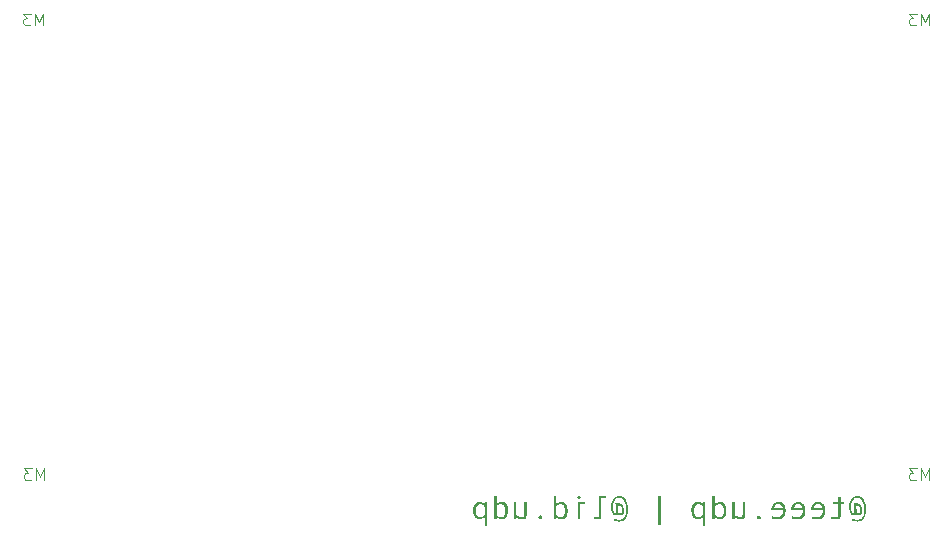
<source format=gbr>
%TF.GenerationSoftware,KiCad,Pcbnew,8.0.8*%
%TF.CreationDate,2025-04-28T20:29:37-04:00*%
%TF.ProjectId,udpudu,75647075-6475-42e6-9b69-6361645f7063,rev?*%
%TF.SameCoordinates,Original*%
%TF.FileFunction,Legend,Bot*%
%TF.FilePolarity,Positive*%
%FSLAX46Y46*%
G04 Gerber Fmt 4.6, Leading zero omitted, Abs format (unit mm)*
G04 Created by KiCad (PCBNEW 8.0.8) date 2025-04-28 20:29:37*
%MOMM*%
%LPD*%
G01*
G04 APERTURE LIST*
%ADD10C,0.100000*%
%ADD11C,0.125000*%
G04 APERTURE END LIST*
D10*
G36*
X124722905Y-98698177D02*
G01*
X124835608Y-98727944D01*
X124939415Y-98780037D01*
X125019125Y-98840501D01*
X125092658Y-98916469D01*
X125160013Y-99007941D01*
X125219118Y-99112877D01*
X125259189Y-99205052D01*
X125292849Y-99304539D01*
X125320097Y-99411338D01*
X125340934Y-99525449D01*
X125355360Y-99646872D01*
X125363374Y-99775607D01*
X125365177Y-99876957D01*
X125361926Y-99988706D01*
X125352172Y-100094608D01*
X125335914Y-100194663D01*
X125306448Y-100311511D01*
X125266820Y-100419224D01*
X125217032Y-100517801D01*
X125157083Y-100607243D01*
X125103120Y-100670899D01*
X125030215Y-100738533D01*
X124934731Y-100802189D01*
X124830523Y-100846748D01*
X124717591Y-100872210D01*
X124616817Y-100878841D01*
X124557245Y-100877376D01*
X124455454Y-100867759D01*
X124356796Y-100849166D01*
X124261270Y-100821597D01*
X124168876Y-100785052D01*
X124200628Y-100628736D01*
X124299729Y-100669769D01*
X124402128Y-100699078D01*
X124507824Y-100716664D01*
X124616817Y-100722526D01*
X124697978Y-100716909D01*
X124803228Y-100690171D01*
X124898707Y-100641415D01*
X124984416Y-100570639D01*
X125050104Y-100492449D01*
X125106381Y-100400560D01*
X125151015Y-100297818D01*
X125179315Y-100203908D01*
X125199529Y-100102462D01*
X125211658Y-99993478D01*
X125215701Y-99876957D01*
X125215541Y-99847146D01*
X125211706Y-99731909D01*
X125202756Y-99623084D01*
X125188693Y-99520670D01*
X125169517Y-99424667D01*
X125138354Y-99313679D01*
X125099201Y-99212710D01*
X125052058Y-99121758D01*
X124998415Y-99042529D01*
X124927432Y-98965181D01*
X124835502Y-98899381D01*
X124733755Y-98859901D01*
X124622191Y-98846741D01*
X124561596Y-98849984D01*
X124463084Y-98871272D01*
X124374156Y-98912429D01*
X124294812Y-98973454D01*
X124225052Y-99054347D01*
X124190247Y-99108462D01*
X124146741Y-99198393D01*
X124113677Y-99298834D01*
X124091054Y-99409785D01*
X124080178Y-99510273D01*
X124076552Y-99618060D01*
X124080199Y-99723249D01*
X124093296Y-99833105D01*
X124115919Y-99931909D01*
X124152756Y-100029853D01*
X124167186Y-100058661D01*
X124227739Y-100145558D01*
X124321284Y-100191053D01*
X124361828Y-100167606D01*
X124377459Y-100108011D01*
X124370929Y-100027073D01*
X124359320Y-99915240D01*
X124348356Y-99814963D01*
X124334812Y-99694109D01*
X124322961Y-99589964D01*
X124316252Y-99531598D01*
X124492742Y-99531598D01*
X124549406Y-100022037D01*
X124552979Y-100036800D01*
X124603140Y-100121200D01*
X124637563Y-100158037D01*
X124732100Y-100191053D01*
X124744885Y-100189992D01*
X124818562Y-100123154D01*
X124845243Y-100036259D01*
X124852756Y-99935087D01*
X124852493Y-99909216D01*
X124844790Y-99800827D01*
X124823724Y-99695802D01*
X124785345Y-99599009D01*
X124772310Y-99576311D01*
X124701037Y-99499909D01*
X124605582Y-99472002D01*
X124575639Y-99474854D01*
X124492742Y-99531598D01*
X124316252Y-99531598D01*
X124309659Y-99474244D01*
X124294905Y-99346950D01*
X124466852Y-99346950D01*
X124472226Y-99381632D01*
X124517334Y-99346856D01*
X124613886Y-99315687D01*
X124667446Y-99320171D01*
X124766192Y-99356044D01*
X124845520Y-99419002D01*
X124908443Y-99499357D01*
X124942640Y-99558808D01*
X124980777Y-99649452D01*
X125007555Y-99748745D01*
X125022972Y-99856687D01*
X125027145Y-99956092D01*
X125021620Y-100049205D01*
X124999859Y-100148738D01*
X124957292Y-100239413D01*
X124952863Y-100246055D01*
X124878524Y-100320380D01*
X124782903Y-100347369D01*
X124699020Y-100331388D01*
X124615489Y-100270022D01*
X124560153Y-100183726D01*
X124542161Y-100239339D01*
X124479024Y-100320361D01*
X124382833Y-100347369D01*
X124286632Y-100334424D01*
X124189572Y-100288914D01*
X124113223Y-100220954D01*
X124054082Y-100140251D01*
X124004594Y-100044187D01*
X123967261Y-99937651D01*
X123944936Y-99838000D01*
X123931541Y-99730655D01*
X123927076Y-99615617D01*
X123928780Y-99537640D01*
X123936355Y-99438413D01*
X123954347Y-99321999D01*
X123981807Y-99214053D01*
X124018737Y-99114574D01*
X124065136Y-99023562D01*
X124121004Y-98941018D01*
X124145631Y-98910673D01*
X124224869Y-98831384D01*
X124312143Y-98769714D01*
X124407455Y-98725665D01*
X124510805Y-98699235D01*
X124622191Y-98690425D01*
X124722905Y-98698177D01*
G37*
G36*
X122407397Y-100597473D02*
G01*
X122501340Y-100634018D01*
X122607960Y-100664793D01*
X122713785Y-100683844D01*
X122818817Y-100691171D01*
X122831891Y-100691263D01*
X122942220Y-100681352D01*
X123049931Y-100643296D01*
X123130714Y-100576698D01*
X123184570Y-100481558D01*
X123208879Y-100380471D01*
X123214863Y-100285331D01*
X123214863Y-99409476D01*
X123489881Y-99409476D01*
X123489881Y-99221898D01*
X123214863Y-99221898D01*
X123214863Y-98815478D01*
X123006280Y-98815478D01*
X123006280Y-99221898D01*
X122519748Y-99221898D01*
X122519748Y-99409476D01*
X123006280Y-99409476D01*
X123006280Y-100228667D01*
X122995247Y-100331997D01*
X122955619Y-100422611D01*
X122948639Y-100431877D01*
X122865552Y-100491833D01*
X122791835Y-100503684D01*
X122693264Y-100496265D01*
X122595389Y-100474009D01*
X122498210Y-100436914D01*
X122444521Y-100409895D01*
X122407397Y-100597473D01*
G37*
G36*
X121345787Y-99193794D02*
G01*
X121456708Y-99214531D01*
X121557857Y-99254622D01*
X121649236Y-99314068D01*
X121730844Y-99392868D01*
X121762096Y-99432001D01*
X121815380Y-99517559D01*
X121856367Y-99612836D01*
X121885057Y-99717834D01*
X121901452Y-99832552D01*
X121905722Y-99935575D01*
X121904009Y-99999356D01*
X121893540Y-100100103D01*
X121868416Y-100211839D01*
X121829587Y-100313579D01*
X121777053Y-100405325D01*
X121710816Y-100487076D01*
X121685911Y-100511801D01*
X121605425Y-100576407D01*
X121516284Y-100626657D01*
X121418488Y-100662549D01*
X121312036Y-100684084D01*
X121196929Y-100691263D01*
X121165548Y-100691018D01*
X121059620Y-100686317D01*
X120959769Y-100675631D01*
X120853096Y-100656092D01*
X120754361Y-100628736D01*
X120791486Y-100441158D01*
X120894495Y-100468513D01*
X120995917Y-100488053D01*
X121095751Y-100499776D01*
X121193998Y-100503684D01*
X121268519Y-100498103D01*
X121371928Y-100468801D01*
X121465291Y-100414383D01*
X121539846Y-100344926D01*
X121548501Y-100334890D01*
X121607852Y-100248588D01*
X121649618Y-100151601D01*
X121673798Y-100043928D01*
X121680530Y-99940949D01*
X120698185Y-99940949D01*
X120698185Y-99874026D01*
X120704041Y-99762050D01*
X120705517Y-99753370D01*
X120931681Y-99753370D01*
X121666364Y-99753370D01*
X121649286Y-99654900D01*
X121608681Y-99561019D01*
X121545219Y-99482260D01*
X121463297Y-99423023D01*
X121367983Y-99388374D01*
X121269713Y-99378213D01*
X121214295Y-99383402D01*
X121117825Y-99420574D01*
X121036217Y-99486657D01*
X120981091Y-99559300D01*
X120944034Y-99650447D01*
X120931681Y-99753370D01*
X120705517Y-99753370D01*
X120721610Y-99658764D01*
X120750890Y-99564168D01*
X120799854Y-99464788D01*
X120864759Y-99377236D01*
X120907547Y-99333501D01*
X120988524Y-99270997D01*
X121077261Y-99226351D01*
X121173759Y-99199564D01*
X121278018Y-99190635D01*
X121345787Y-99193794D01*
G37*
G36*
X119665397Y-99193794D02*
G01*
X119776317Y-99214531D01*
X119877466Y-99254622D01*
X119968845Y-99314068D01*
X120050453Y-99392868D01*
X120081706Y-99432001D01*
X120134989Y-99517559D01*
X120175976Y-99612836D01*
X120204667Y-99717834D01*
X120221061Y-99832552D01*
X120225331Y-99935575D01*
X120223618Y-99999356D01*
X120213149Y-100100103D01*
X120188025Y-100211839D01*
X120149196Y-100313579D01*
X120096663Y-100405325D01*
X120030425Y-100487076D01*
X120005520Y-100511801D01*
X119925034Y-100576407D01*
X119835893Y-100626657D01*
X119738097Y-100662549D01*
X119631645Y-100684084D01*
X119516538Y-100691263D01*
X119485157Y-100691018D01*
X119379229Y-100686317D01*
X119279378Y-100675631D01*
X119172705Y-100656092D01*
X119073970Y-100628736D01*
X119111095Y-100441158D01*
X119214105Y-100468513D01*
X119315526Y-100488053D01*
X119415361Y-100499776D01*
X119513607Y-100503684D01*
X119588128Y-100498103D01*
X119691537Y-100468801D01*
X119784900Y-100414383D01*
X119859455Y-100344926D01*
X119868111Y-100334890D01*
X119927462Y-100248588D01*
X119969227Y-100151601D01*
X119993407Y-100043928D01*
X120000139Y-99940949D01*
X119017794Y-99940949D01*
X119017794Y-99874026D01*
X119023650Y-99762050D01*
X119025126Y-99753370D01*
X119251290Y-99753370D01*
X119985973Y-99753370D01*
X119968895Y-99654900D01*
X119928291Y-99561019D01*
X119864829Y-99482260D01*
X119782906Y-99423023D01*
X119687592Y-99388374D01*
X119589323Y-99378213D01*
X119533904Y-99383402D01*
X119437434Y-99420574D01*
X119355826Y-99486657D01*
X119300700Y-99559300D01*
X119263643Y-99650447D01*
X119251290Y-99753370D01*
X119025126Y-99753370D01*
X119041219Y-99658764D01*
X119070499Y-99564168D01*
X119119463Y-99464788D01*
X119184368Y-99377236D01*
X119227156Y-99333501D01*
X119308133Y-99270997D01*
X119396871Y-99226351D01*
X119493369Y-99199564D01*
X119597627Y-99190635D01*
X119665397Y-99193794D01*
G37*
G36*
X117985006Y-99193794D02*
G01*
X118095926Y-99214531D01*
X118197075Y-99254622D01*
X118288454Y-99314068D01*
X118370062Y-99392868D01*
X118401315Y-99432001D01*
X118454598Y-99517559D01*
X118495585Y-99612836D01*
X118524276Y-99717834D01*
X118540671Y-99832552D01*
X118544940Y-99935575D01*
X118543227Y-99999356D01*
X118532759Y-100100103D01*
X118507634Y-100211839D01*
X118468805Y-100313579D01*
X118416272Y-100405325D01*
X118350034Y-100487076D01*
X118325129Y-100511801D01*
X118244644Y-100576407D01*
X118155503Y-100626657D01*
X118057706Y-100662549D01*
X117951255Y-100684084D01*
X117836147Y-100691263D01*
X117804766Y-100691018D01*
X117698838Y-100686317D01*
X117598988Y-100675631D01*
X117492315Y-100656092D01*
X117393579Y-100628736D01*
X117430704Y-100441158D01*
X117533714Y-100468513D01*
X117635136Y-100488053D01*
X117734970Y-100499776D01*
X117833217Y-100503684D01*
X117907737Y-100498103D01*
X118011146Y-100468801D01*
X118104509Y-100414383D01*
X118179064Y-100344926D01*
X118187720Y-100334890D01*
X118247071Y-100248588D01*
X118288836Y-100151601D01*
X118313016Y-100043928D01*
X118319748Y-99940949D01*
X117337404Y-99940949D01*
X117337404Y-99874026D01*
X117343260Y-99762050D01*
X117344736Y-99753370D01*
X117570900Y-99753370D01*
X118305582Y-99753370D01*
X118288504Y-99654900D01*
X118247900Y-99561019D01*
X118184438Y-99482260D01*
X118102515Y-99423023D01*
X118007201Y-99388374D01*
X117908932Y-99378213D01*
X117853513Y-99383402D01*
X117757043Y-99420574D01*
X117675436Y-99486657D01*
X117620309Y-99559300D01*
X117583252Y-99650447D01*
X117570900Y-99753370D01*
X117344736Y-99753370D01*
X117360828Y-99658764D01*
X117390108Y-99564168D01*
X117439072Y-99464788D01*
X117503977Y-99377236D01*
X117546765Y-99333501D01*
X117627742Y-99270997D01*
X117716480Y-99226351D01*
X117812978Y-99199564D01*
X117917236Y-99190635D01*
X117985006Y-99193794D01*
G37*
G36*
X116262735Y-100347369D02*
G01*
X116166748Y-100374571D01*
X116140614Y-100395729D01*
X116093172Y-100485304D01*
X116090788Y-100515408D01*
X116119090Y-100612311D01*
X116141102Y-100639483D01*
X116228205Y-100688026D01*
X116262735Y-100691263D01*
X116356250Y-100662137D01*
X116382414Y-100639483D01*
X116428668Y-100550273D01*
X116431751Y-100515408D01*
X116404274Y-100420519D01*
X116382903Y-100395240D01*
X116292862Y-100349659D01*
X116262735Y-100347369D01*
G37*
G36*
X114021563Y-100660000D02*
G01*
X114236008Y-100660000D01*
X114236008Y-100441158D01*
X114308808Y-100513210D01*
X114397743Y-100583551D01*
X114488396Y-100636308D01*
X114580765Y-100671479D01*
X114690700Y-100690286D01*
X114722540Y-100691263D01*
X114838498Y-100679325D01*
X114934802Y-100643511D01*
X115024424Y-100569019D01*
X115077489Y-100480679D01*
X115110901Y-100368463D01*
X115123480Y-100261500D01*
X115125052Y-100202288D01*
X115125052Y-99221898D01*
X114910607Y-99221898D01*
X114910607Y-100140251D01*
X114904978Y-100245676D01*
X114883362Y-100348258D01*
X114852965Y-100413803D01*
X114775296Y-100481214D01*
X114674477Y-100503333D01*
X114657571Y-100503684D01*
X114557584Y-100488053D01*
X114467140Y-100448729D01*
X114373938Y-100385471D01*
X114291856Y-100312198D01*
X114236008Y-100253579D01*
X114236008Y-99221898D01*
X114021563Y-99221898D01*
X114021563Y-100660000D01*
G37*
G36*
X112558548Y-99409476D02*
G01*
X112612580Y-99346431D01*
X112696919Y-99276120D01*
X112791404Y-99226752D01*
X112896032Y-99198328D01*
X112993789Y-99190635D01*
X113039096Y-99192451D01*
X113138169Y-99210813D01*
X113240003Y-99256013D01*
X113319140Y-99316751D01*
X113388974Y-99397264D01*
X113398140Y-99410253D01*
X113454156Y-99507082D01*
X113490821Y-99598301D01*
X113517010Y-99697110D01*
X113532724Y-99803510D01*
X113537962Y-99917501D01*
X113536708Y-99979485D01*
X113529047Y-100078213D01*
X113510660Y-100189130D01*
X113482244Y-100291803D01*
X113443799Y-100386234D01*
X113395324Y-100472421D01*
X113357940Y-100523712D01*
X113284803Y-100597015D01*
X113201849Y-100649375D01*
X113109078Y-100680791D01*
X113006489Y-100691263D01*
X112939200Y-100686866D01*
X112841473Y-100663785D01*
X112747592Y-100620921D01*
X112696471Y-100588109D01*
X112621561Y-100523377D01*
X112558548Y-100441158D01*
X112558548Y-100660000D01*
X112344103Y-100660000D01*
X112344103Y-99597055D01*
X112558548Y-99597055D01*
X112558548Y-100222316D01*
X112570560Y-100249082D01*
X112631332Y-100328806D01*
X112701714Y-100401228D01*
X112786671Y-100460209D01*
X112853504Y-100488357D01*
X112950314Y-100503684D01*
X112971101Y-100503054D01*
X113075472Y-100477080D01*
X113155728Y-100420408D01*
X113216050Y-100342484D01*
X113262804Y-100244772D01*
X113291518Y-100146563D01*
X113308142Y-100037669D01*
X113312770Y-99933621D01*
X113307838Y-99832258D01*
X113290123Y-99726203D01*
X113259524Y-99630590D01*
X113209699Y-99535505D01*
X113196526Y-99516458D01*
X113121955Y-99439655D01*
X113032883Y-99393574D01*
X112929309Y-99378213D01*
X112902444Y-99379068D01*
X112799908Y-99399584D01*
X112705248Y-99447456D01*
X112628883Y-99511783D01*
X112558548Y-99597055D01*
X112344103Y-99597055D01*
X112344103Y-98721688D01*
X112558548Y-98721688D01*
X112558548Y-99409476D01*
G37*
G36*
X111164562Y-99194390D02*
G01*
X111261351Y-99214105D01*
X111354431Y-99250718D01*
X111398274Y-99274606D01*
X111481132Y-99335672D01*
X111547383Y-99409476D01*
X111547383Y-99221898D01*
X111761339Y-99221898D01*
X111761339Y-101222735D01*
X111547383Y-101222735D01*
X111547383Y-100441158D01*
X111515576Y-100488422D01*
X111444228Y-100565035D01*
X111364200Y-100622875D01*
X111312519Y-100649522D01*
X111212197Y-100681646D01*
X111114584Y-100691263D01*
X111053661Y-100687843D01*
X110954759Y-100665403D01*
X110865674Y-100622020D01*
X110786407Y-100557692D01*
X110716957Y-100472421D01*
X110690506Y-100430418D01*
X110645409Y-100340590D01*
X110610718Y-100243000D01*
X110586435Y-100137647D01*
X110572559Y-100024532D01*
X110569474Y-99938995D01*
X110792672Y-99938995D01*
X110797581Y-100040401D01*
X110815212Y-100147135D01*
X110845666Y-100244100D01*
X110895254Y-100341507D01*
X110908294Y-100361145D01*
X110981854Y-100440334D01*
X111069342Y-100487846D01*
X111170760Y-100503684D01*
X111198131Y-100502425D01*
X111298866Y-100475269D01*
X111383740Y-100423084D01*
X111426800Y-100385928D01*
X111495977Y-100306878D01*
X111547383Y-100222316D01*
X111547383Y-99628318D01*
X111517106Y-99583621D01*
X111452946Y-99507418D01*
X111372016Y-99440739D01*
X111271510Y-99393845D01*
X111162456Y-99378213D01*
X111140957Y-99378826D01*
X111042449Y-99400264D01*
X110958920Y-99452327D01*
X110890369Y-99535017D01*
X110843143Y-99630170D01*
X110814139Y-99726883D01*
X110797347Y-99835013D01*
X110792672Y-99938995D01*
X110569474Y-99938995D01*
X110568946Y-99924340D01*
X110569084Y-99904066D01*
X110575701Y-99787447D01*
X110592245Y-99679450D01*
X110618715Y-99580074D01*
X110655111Y-99489318D01*
X110710118Y-99394333D01*
X110728120Y-99369666D01*
X110797676Y-99295866D01*
X110889649Y-99235393D01*
X110994933Y-99200382D01*
X111097976Y-99190635D01*
X111164562Y-99194390D01*
G37*
G36*
X107753803Y-101191472D02*
G01*
X107965317Y-101191472D01*
X107965317Y-98721688D01*
X107753803Y-98721688D01*
X107753803Y-101191472D01*
G37*
G36*
X104558216Y-98698177D02*
G01*
X104670918Y-98727944D01*
X104774725Y-98780037D01*
X104854436Y-98840501D01*
X104927969Y-98916469D01*
X104995324Y-99007941D01*
X105054429Y-99112877D01*
X105094500Y-99205052D01*
X105128160Y-99304539D01*
X105155408Y-99411338D01*
X105176245Y-99525449D01*
X105190671Y-99646872D01*
X105198685Y-99775607D01*
X105200488Y-99876957D01*
X105197237Y-99988706D01*
X105187482Y-100094608D01*
X105171225Y-100194663D01*
X105141758Y-100311511D01*
X105102131Y-100419224D01*
X105052342Y-100517801D01*
X104992393Y-100607243D01*
X104938431Y-100670899D01*
X104865525Y-100738533D01*
X104770041Y-100802189D01*
X104665834Y-100846748D01*
X104552902Y-100872210D01*
X104452128Y-100878841D01*
X104392556Y-100877376D01*
X104290765Y-100867759D01*
X104192107Y-100849166D01*
X104096580Y-100821597D01*
X104004187Y-100785052D01*
X104035938Y-100628736D01*
X104135040Y-100669769D01*
X104237438Y-100699078D01*
X104343135Y-100716664D01*
X104452128Y-100722526D01*
X104533289Y-100716909D01*
X104638539Y-100690171D01*
X104734018Y-100641415D01*
X104819727Y-100570639D01*
X104885415Y-100492449D01*
X104941692Y-100400560D01*
X104986325Y-100297818D01*
X105014625Y-100203908D01*
X105034840Y-100102462D01*
X105046968Y-99993478D01*
X105051011Y-99876957D01*
X105050852Y-99847146D01*
X105047016Y-99731909D01*
X105038067Y-99623084D01*
X105024004Y-99520670D01*
X105004827Y-99424667D01*
X104973665Y-99313679D01*
X104934512Y-99212710D01*
X104887369Y-99121758D01*
X104833726Y-99042529D01*
X104762743Y-98965181D01*
X104670813Y-98899381D01*
X104569066Y-98859901D01*
X104457501Y-98846741D01*
X104396906Y-98849984D01*
X104298395Y-98871272D01*
X104209467Y-98912429D01*
X104130123Y-98973454D01*
X104060362Y-99054347D01*
X104025558Y-99108462D01*
X103982052Y-99198393D01*
X103948988Y-99298834D01*
X103926365Y-99409785D01*
X103915488Y-99510273D01*
X103911863Y-99618060D01*
X103915509Y-99723249D01*
X103928607Y-99833105D01*
X103951230Y-99931909D01*
X103988066Y-100029853D01*
X104002496Y-100058661D01*
X104063050Y-100145558D01*
X104156594Y-100191053D01*
X104197138Y-100167606D01*
X104212770Y-100108011D01*
X104206240Y-100027073D01*
X104194631Y-99915240D01*
X104183666Y-99814963D01*
X104170122Y-99694109D01*
X104158271Y-99589964D01*
X104151562Y-99531598D01*
X104328053Y-99531598D01*
X104384717Y-100022037D01*
X104388290Y-100036800D01*
X104438450Y-100121200D01*
X104472873Y-100158037D01*
X104567411Y-100191053D01*
X104580195Y-100189992D01*
X104653872Y-100123154D01*
X104680553Y-100036259D01*
X104688066Y-99935087D01*
X104687803Y-99909216D01*
X104680101Y-99800827D01*
X104659035Y-99695802D01*
X104620655Y-99599009D01*
X104607621Y-99576311D01*
X104536348Y-99499909D01*
X104440893Y-99472002D01*
X104410950Y-99474854D01*
X104328053Y-99531598D01*
X104151562Y-99531598D01*
X104144969Y-99474244D01*
X104130216Y-99346950D01*
X104302163Y-99346950D01*
X104307536Y-99381632D01*
X104352645Y-99346856D01*
X104449197Y-99315687D01*
X104502756Y-99320171D01*
X104601503Y-99356044D01*
X104680831Y-99419002D01*
X104743754Y-99499357D01*
X104777950Y-99558808D01*
X104816088Y-99649452D01*
X104842865Y-99748745D01*
X104858283Y-99856687D01*
X104862456Y-99956092D01*
X104856930Y-100049205D01*
X104835169Y-100148738D01*
X104792602Y-100239413D01*
X104788173Y-100246055D01*
X104713834Y-100320380D01*
X104618213Y-100347369D01*
X104534331Y-100331388D01*
X104450800Y-100270022D01*
X104395464Y-100183726D01*
X104377472Y-100239339D01*
X104314334Y-100320361D01*
X104218143Y-100347369D01*
X104121942Y-100334424D01*
X104024883Y-100288914D01*
X103948534Y-100220954D01*
X103889392Y-100140251D01*
X103839905Y-100044187D01*
X103802572Y-99937651D01*
X103780246Y-99838000D01*
X103766851Y-99730655D01*
X103762386Y-99615617D01*
X103764091Y-99537640D01*
X103771666Y-99438413D01*
X103789657Y-99321999D01*
X103817118Y-99214053D01*
X103854048Y-99114574D01*
X103900447Y-99023562D01*
X103956315Y-98941018D01*
X103980941Y-98910673D01*
X104060179Y-98831384D01*
X104147454Y-98769714D01*
X104242766Y-98725665D01*
X104346115Y-98699235D01*
X104457501Y-98690425D01*
X104558216Y-98698177D01*
G37*
G36*
X102360921Y-100660000D02*
G01*
X102946127Y-100660000D01*
X102946127Y-98909267D01*
X103319818Y-98909267D01*
X103319818Y-98721688D01*
X102731681Y-98721688D01*
X102731681Y-100472421D01*
X102360921Y-100472421D01*
X102360921Y-100660000D01*
G37*
G36*
X101037613Y-98690425D02*
G01*
X100942670Y-98724526D01*
X100934542Y-98731946D01*
X100892210Y-98823480D01*
X100892044Y-98830621D01*
X100926546Y-98923475D01*
X100934054Y-98931249D01*
X101026161Y-98971437D01*
X101037613Y-98971793D01*
X101129001Y-98936890D01*
X101137264Y-98929295D01*
X101179873Y-98841033D01*
X101180251Y-98830621D01*
X101142469Y-98737684D01*
X101137264Y-98732435D01*
X101048034Y-98690794D01*
X101037613Y-98690425D01*
G37*
G36*
X100933077Y-100660000D02*
G01*
X101147522Y-100660000D01*
X101147522Y-99409476D01*
X101569085Y-99409476D01*
X101569085Y-99221898D01*
X100933077Y-99221898D01*
X100933077Y-100660000D01*
G37*
G36*
X99115422Y-99409476D02*
G01*
X99169453Y-99346431D01*
X99253793Y-99276120D01*
X99348277Y-99226752D01*
X99452906Y-99198328D01*
X99550662Y-99190635D01*
X99595970Y-99192451D01*
X99695042Y-99210813D01*
X99796876Y-99256013D01*
X99876013Y-99316751D01*
X99945847Y-99397264D01*
X99955014Y-99410253D01*
X100011030Y-99507082D01*
X100047695Y-99598301D01*
X100073884Y-99697110D01*
X100089598Y-99803510D01*
X100094836Y-99917501D01*
X100093582Y-99979485D01*
X100085921Y-100078213D01*
X100067534Y-100189130D01*
X100039118Y-100291803D01*
X100000672Y-100386234D01*
X99952198Y-100472421D01*
X99914813Y-100523712D01*
X99841677Y-100597015D01*
X99758723Y-100649375D01*
X99665952Y-100680791D01*
X99563363Y-100691263D01*
X99496074Y-100686866D01*
X99398346Y-100663785D01*
X99304466Y-100620921D01*
X99253345Y-100588109D01*
X99178435Y-100523377D01*
X99115422Y-100441158D01*
X99115422Y-100660000D01*
X98900976Y-100660000D01*
X98900976Y-99597055D01*
X99115422Y-99597055D01*
X99115422Y-100222316D01*
X99127434Y-100249082D01*
X99188206Y-100328806D01*
X99258588Y-100401228D01*
X99343545Y-100460209D01*
X99410378Y-100488357D01*
X99507187Y-100503684D01*
X99527975Y-100503054D01*
X99632345Y-100477080D01*
X99712602Y-100420408D01*
X99772923Y-100342484D01*
X99819678Y-100244772D01*
X99848392Y-100146563D01*
X99865015Y-100037669D01*
X99869644Y-99933621D01*
X99864712Y-99832258D01*
X99846996Y-99726203D01*
X99816397Y-99630590D01*
X99766573Y-99535505D01*
X99753399Y-99516458D01*
X99678829Y-99439655D01*
X99589757Y-99393574D01*
X99486182Y-99378213D01*
X99459318Y-99379068D01*
X99356781Y-99399584D01*
X99262122Y-99447456D01*
X99185756Y-99511783D01*
X99115422Y-99597055D01*
X98900976Y-99597055D01*
X98900976Y-98721688D01*
X99115422Y-98721688D01*
X99115422Y-99409476D01*
G37*
G36*
X97778436Y-100347369D02*
G01*
X97682449Y-100374571D01*
X97656315Y-100395729D01*
X97608874Y-100485304D01*
X97606489Y-100515408D01*
X97634791Y-100612311D01*
X97656803Y-100639483D01*
X97743907Y-100688026D01*
X97778436Y-100691263D01*
X97871951Y-100662137D01*
X97898115Y-100639483D01*
X97944369Y-100550273D01*
X97947452Y-100515408D01*
X97919975Y-100420519D01*
X97898604Y-100395240D01*
X97808563Y-100349659D01*
X97778436Y-100347369D01*
G37*
G36*
X95537264Y-100660000D02*
G01*
X95751709Y-100660000D01*
X95751709Y-100441158D01*
X95824510Y-100513210D01*
X95913445Y-100583551D01*
X96004097Y-100636308D01*
X96096467Y-100671479D01*
X96206402Y-100690286D01*
X96238241Y-100691263D01*
X96354199Y-100679325D01*
X96450503Y-100643511D01*
X96540125Y-100569019D01*
X96593191Y-100480679D01*
X96626602Y-100368463D01*
X96639181Y-100261500D01*
X96640753Y-100202288D01*
X96640753Y-99221898D01*
X96426308Y-99221898D01*
X96426308Y-100140251D01*
X96420679Y-100245676D01*
X96399063Y-100348258D01*
X96368667Y-100413803D01*
X96290997Y-100481214D01*
X96190179Y-100503333D01*
X96173272Y-100503684D01*
X96073285Y-100488053D01*
X95982842Y-100448729D01*
X95889640Y-100385471D01*
X95807557Y-100312198D01*
X95751709Y-100253579D01*
X95751709Y-99221898D01*
X95537264Y-99221898D01*
X95537264Y-100660000D01*
G37*
G36*
X94074249Y-99409476D02*
G01*
X94128281Y-99346431D01*
X94212621Y-99276120D01*
X94307105Y-99226752D01*
X94411734Y-99198328D01*
X94509490Y-99190635D01*
X94554798Y-99192451D01*
X94653870Y-99210813D01*
X94755704Y-99256013D01*
X94834841Y-99316751D01*
X94904675Y-99397264D01*
X94913841Y-99410253D01*
X94969857Y-99507082D01*
X95006522Y-99598301D01*
X95032712Y-99697110D01*
X95048425Y-99803510D01*
X95053663Y-99917501D01*
X95052409Y-99979485D01*
X95044748Y-100078213D01*
X95026361Y-100189130D01*
X94997945Y-100291803D01*
X94959500Y-100386234D01*
X94911025Y-100472421D01*
X94873641Y-100523712D01*
X94800504Y-100597015D01*
X94717551Y-100649375D01*
X94624779Y-100680791D01*
X94522191Y-100691263D01*
X94454902Y-100686866D01*
X94357174Y-100663785D01*
X94263293Y-100620921D01*
X94212173Y-100588109D01*
X94137263Y-100523377D01*
X94074249Y-100441158D01*
X94074249Y-100660000D01*
X93859804Y-100660000D01*
X93859804Y-99597055D01*
X94074249Y-99597055D01*
X94074249Y-100222316D01*
X94086262Y-100249082D01*
X94147034Y-100328806D01*
X94217416Y-100401228D01*
X94302372Y-100460209D01*
X94369205Y-100488357D01*
X94466015Y-100503684D01*
X94486802Y-100503054D01*
X94591173Y-100477080D01*
X94671430Y-100420408D01*
X94731751Y-100342484D01*
X94778505Y-100244772D01*
X94807219Y-100146563D01*
X94823843Y-100037669D01*
X94828471Y-99933621D01*
X94823539Y-99832258D01*
X94805824Y-99726203D01*
X94775225Y-99630590D01*
X94725401Y-99535505D01*
X94712227Y-99516458D01*
X94637657Y-99439655D01*
X94548584Y-99393574D01*
X94445010Y-99378213D01*
X94418145Y-99379068D01*
X94315609Y-99399584D01*
X94220950Y-99447456D01*
X94144584Y-99511783D01*
X94074249Y-99597055D01*
X93859804Y-99597055D01*
X93859804Y-98721688D01*
X94074249Y-98721688D01*
X94074249Y-99409476D01*
G37*
G36*
X92680264Y-99194390D02*
G01*
X92777053Y-99214105D01*
X92870132Y-99250718D01*
X92913976Y-99274606D01*
X92996834Y-99335672D01*
X93063084Y-99409476D01*
X93063084Y-99221898D01*
X93277041Y-99221898D01*
X93277041Y-101222735D01*
X93063084Y-101222735D01*
X93063084Y-100441158D01*
X93031278Y-100488422D01*
X92959929Y-100565035D01*
X92879902Y-100622875D01*
X92828220Y-100649522D01*
X92727899Y-100681646D01*
X92630286Y-100691263D01*
X92569362Y-100687843D01*
X92470460Y-100665403D01*
X92381375Y-100622020D01*
X92302108Y-100557692D01*
X92232658Y-100472421D01*
X92206207Y-100430418D01*
X92161110Y-100340590D01*
X92126420Y-100243000D01*
X92102137Y-100137647D01*
X92088261Y-100024532D01*
X92085176Y-99938995D01*
X92308374Y-99938995D01*
X92313282Y-100040401D01*
X92330914Y-100147135D01*
X92361368Y-100244100D01*
X92410956Y-100341507D01*
X92423996Y-100361145D01*
X92497555Y-100440334D01*
X92585043Y-100487846D01*
X92686461Y-100503684D01*
X92713832Y-100502425D01*
X92814568Y-100475269D01*
X92899441Y-100423084D01*
X92942501Y-100385928D01*
X93011678Y-100306878D01*
X93063084Y-100222316D01*
X93063084Y-99628318D01*
X93032807Y-99583621D01*
X92968648Y-99507418D01*
X92887718Y-99440739D01*
X92787212Y-99393845D01*
X92678157Y-99378213D01*
X92656658Y-99378826D01*
X92558150Y-99400264D01*
X92474621Y-99452327D01*
X92406071Y-99535017D01*
X92358844Y-99630170D01*
X92329840Y-99726883D01*
X92313049Y-99835013D01*
X92308374Y-99938995D01*
X92085176Y-99938995D01*
X92084647Y-99924340D01*
X92084785Y-99904066D01*
X92091402Y-99787447D01*
X92107946Y-99679450D01*
X92134416Y-99580074D01*
X92170812Y-99489318D01*
X92225819Y-99394333D01*
X92243821Y-99369666D01*
X92313378Y-99295866D01*
X92405350Y-99235393D01*
X92510634Y-99200382D01*
X92613677Y-99190635D01*
X92680264Y-99194390D01*
G37*
D11*
X130679668Y-58871119D02*
X130679668Y-57871119D01*
X130679668Y-57871119D02*
X130346335Y-58585404D01*
X130346335Y-58585404D02*
X130013002Y-57871119D01*
X130013002Y-57871119D02*
X130013002Y-58871119D01*
X129632049Y-57871119D02*
X129013002Y-57871119D01*
X129013002Y-57871119D02*
X129346335Y-58252071D01*
X129346335Y-58252071D02*
X129203478Y-58252071D01*
X129203478Y-58252071D02*
X129108240Y-58299690D01*
X129108240Y-58299690D02*
X129060621Y-58347309D01*
X129060621Y-58347309D02*
X129013002Y-58442547D01*
X129013002Y-58442547D02*
X129013002Y-58680642D01*
X129013002Y-58680642D02*
X129060621Y-58775880D01*
X129060621Y-58775880D02*
X129108240Y-58823500D01*
X129108240Y-58823500D02*
X129203478Y-58871119D01*
X129203478Y-58871119D02*
X129489192Y-58871119D01*
X129489192Y-58871119D02*
X129584430Y-58823500D01*
X129584430Y-58823500D02*
X129632049Y-58775880D01*
X130679668Y-97385513D02*
X130679668Y-96385513D01*
X130679668Y-96385513D02*
X130346335Y-97099798D01*
X130346335Y-97099798D02*
X130013002Y-96385513D01*
X130013002Y-96385513D02*
X130013002Y-97385513D01*
X129632049Y-96385513D02*
X129013002Y-96385513D01*
X129013002Y-96385513D02*
X129346335Y-96766465D01*
X129346335Y-96766465D02*
X129203478Y-96766465D01*
X129203478Y-96766465D02*
X129108240Y-96814084D01*
X129108240Y-96814084D02*
X129060621Y-96861703D01*
X129060621Y-96861703D02*
X129013002Y-96956941D01*
X129013002Y-96956941D02*
X129013002Y-97195036D01*
X129013002Y-97195036D02*
X129060621Y-97290274D01*
X129060621Y-97290274D02*
X129108240Y-97337894D01*
X129108240Y-97337894D02*
X129203478Y-97385513D01*
X129203478Y-97385513D02*
X129489192Y-97385513D01*
X129489192Y-97385513D02*
X129584430Y-97337894D01*
X129584430Y-97337894D02*
X129632049Y-97290274D01*
X55745256Y-97385513D02*
X55745256Y-96385513D01*
X55745256Y-96385513D02*
X55411923Y-97099798D01*
X55411923Y-97099798D02*
X55078590Y-96385513D01*
X55078590Y-96385513D02*
X55078590Y-97385513D01*
X54697637Y-96385513D02*
X54078590Y-96385513D01*
X54078590Y-96385513D02*
X54411923Y-96766465D01*
X54411923Y-96766465D02*
X54269066Y-96766465D01*
X54269066Y-96766465D02*
X54173828Y-96814084D01*
X54173828Y-96814084D02*
X54126209Y-96861703D01*
X54126209Y-96861703D02*
X54078590Y-96956941D01*
X54078590Y-96956941D02*
X54078590Y-97195036D01*
X54078590Y-97195036D02*
X54126209Y-97290274D01*
X54126209Y-97290274D02*
X54173828Y-97337894D01*
X54173828Y-97337894D02*
X54269066Y-97385513D01*
X54269066Y-97385513D02*
X54554780Y-97385513D01*
X54554780Y-97385513D02*
X54650018Y-97337894D01*
X54650018Y-97337894D02*
X54697637Y-97290274D01*
X55679668Y-58871119D02*
X55679668Y-57871119D01*
X55679668Y-57871119D02*
X55346335Y-58585404D01*
X55346335Y-58585404D02*
X55013002Y-57871119D01*
X55013002Y-57871119D02*
X55013002Y-58871119D01*
X54632049Y-57871119D02*
X54013002Y-57871119D01*
X54013002Y-57871119D02*
X54346335Y-58252071D01*
X54346335Y-58252071D02*
X54203478Y-58252071D01*
X54203478Y-58252071D02*
X54108240Y-58299690D01*
X54108240Y-58299690D02*
X54060621Y-58347309D01*
X54060621Y-58347309D02*
X54013002Y-58442547D01*
X54013002Y-58442547D02*
X54013002Y-58680642D01*
X54013002Y-58680642D02*
X54060621Y-58775880D01*
X54060621Y-58775880D02*
X54108240Y-58823500D01*
X54108240Y-58823500D02*
X54203478Y-58871119D01*
X54203478Y-58871119D02*
X54489192Y-58871119D01*
X54489192Y-58871119D02*
X54584430Y-58823500D01*
X54584430Y-58823500D02*
X54632049Y-58775880D01*
M02*

</source>
